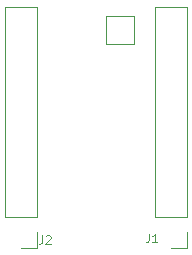
<source format=gbr>
%TF.GenerationSoftware,KiCad,Pcbnew,(6.0.5)*%
%TF.CreationDate,2022-05-26T22:58:08+02:00*%
%TF.ProjectId,STP220_Polulu,53545032-3230-45f5-906f-6c756c752e6b,rev?*%
%TF.SameCoordinates,Original*%
%TF.FileFunction,Legend,Top*%
%TF.FilePolarity,Positive*%
%FSLAX46Y46*%
G04 Gerber Fmt 4.6, Leading zero omitted, Abs format (unit mm)*
G04 Created by KiCad (PCBNEW (6.0.5)) date 2022-05-26 22:58:08*
%MOMM*%
%LPD*%
G01*
G04 APERTURE LIST*
%ADD10C,0.100000*%
%ADD11C,0.120000*%
G04 APERTURE END LIST*
D10*
%TO.C,J2*%
X137688666Y-95501666D02*
X137688666Y-96001666D01*
X137655333Y-96101666D01*
X137588666Y-96168333D01*
X137488666Y-96201666D01*
X137422000Y-96201666D01*
X137988666Y-95568333D02*
X138022000Y-95535000D01*
X138088666Y-95501666D01*
X138255333Y-95501666D01*
X138322000Y-95535000D01*
X138355333Y-95568333D01*
X138388666Y-95635000D01*
X138388666Y-95701666D01*
X138355333Y-95801666D01*
X137955333Y-96201666D01*
X138388666Y-96201666D01*
%TO.C,J1*%
X146705666Y-95374666D02*
X146705666Y-95874666D01*
X146672333Y-95974666D01*
X146605666Y-96041333D01*
X146505666Y-96074666D01*
X146439000Y-96074666D01*
X147405666Y-96074666D02*
X147005666Y-96074666D01*
X147205666Y-96074666D02*
X147205666Y-95374666D01*
X147139000Y-95474666D01*
X147072333Y-95541333D01*
X147005666Y-95574666D01*
D11*
%TO.C,J3*%
X145472000Y-76905000D02*
X145472000Y-79305000D01*
X143072000Y-79305000D02*
X143072000Y-76905000D01*
X143072000Y-76905000D02*
X145472000Y-76905000D01*
X145472000Y-79305000D02*
X143072000Y-79305000D01*
%TO.C,J2*%
X137220000Y-76125000D02*
X134560000Y-76125000D01*
X137220000Y-93965000D02*
X134560000Y-93965000D01*
X137220000Y-93965000D02*
X137220000Y-76125000D01*
X137220000Y-95235000D02*
X137220000Y-96565000D01*
X137220000Y-96565000D02*
X135890000Y-96565000D01*
X134560000Y-93965000D02*
X134560000Y-76125000D01*
%TO.C,J1*%
X149920000Y-93980000D02*
X149920000Y-76140000D01*
X149920000Y-76140000D02*
X147260000Y-76140000D01*
X149920000Y-93980000D02*
X147260000Y-93980000D01*
X149920000Y-95250000D02*
X149920000Y-96580000D01*
X147260000Y-93980000D02*
X147260000Y-76140000D01*
X149920000Y-96580000D02*
X148590000Y-96580000D01*
%TD*%
M02*

</source>
